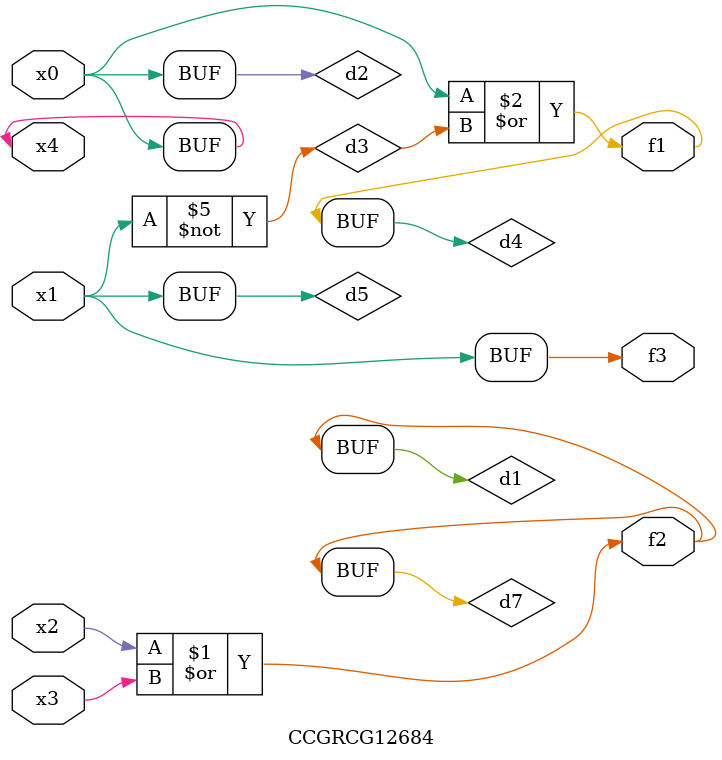
<source format=v>
module CCGRCG12684(
	input x0, x1, x2, x3, x4,
	output f1, f2, f3
);

	wire d1, d2, d3, d4, d5, d6, d7;

	or (d1, x2, x3);
	buf (d2, x0, x4);
	not (d3, x1);
	or (d4, d2, d3);
	not (d5, d3);
	nand (d6, d1, d3);
	or (d7, d1);
	assign f1 = d4;
	assign f2 = d7;
	assign f3 = d5;
endmodule

</source>
